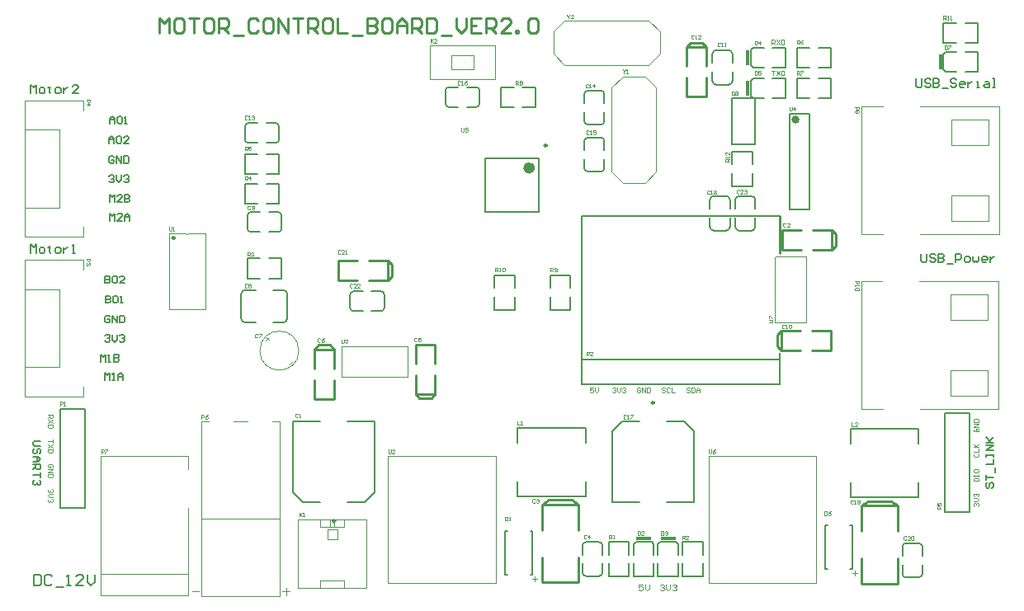
<source format=gto>
G04 Layer_Color=65535*
%FSLAX25Y25*%
%MOIN*%
G70*
G01*
G75*
%ADD35C,0.01000*%
%ADD55C,0.01575*%
%ADD56C,0.00394*%
%ADD57C,0.00787*%
%ADD58C,0.00984*%
%ADD59C,0.02362*%
%ADD60C,0.00800*%
%ADD61C,0.00500*%
%ADD62C,0.00300*%
%ADD63C,0.00400*%
%ADD64C,0.00700*%
%ADD65R,0.01181X0.06299*%
%ADD66R,0.06299X0.01181*%
D35*
X-136232Y26575D02*
G03*
X-136232Y26575I-500J0D01*
G01*
X-50169Y9555D02*
Y17445D01*
X-70146Y9555D02*
Y17445D01*
X-57795Y9555D02*
X-50169D01*
X-70146D02*
X-62520D01*
X-70146Y17445D02*
X-62520D01*
X-57795D02*
X-50169D01*
X-48453Y11138D02*
Y15862D01*
X-50169Y17445D02*
X-48453Y15862D01*
X-50169Y9555D02*
X-48453Y11138D01*
X141118Y-81671D02*
X143677Y-79848D01*
X153126D02*
X155685Y-81671D01*
Y-113223D02*
Y-102959D01*
X141118Y-113223D02*
Y-102959D01*
Y-113223D02*
X155685D01*
X141118Y-81671D02*
X155685D01*
Y-91935D02*
Y-81671D01*
X141118Y-91935D02*
Y-81671D01*
X143677Y-79848D02*
X153126D01*
X70653Y103784D02*
X78543D01*
X70653Y83807D02*
X78543D01*
Y96157D02*
Y103784D01*
Y83807D02*
Y91433D01*
X70653Y83807D02*
Y91433D01*
Y96157D02*
Y103784D01*
X72236Y105500D02*
X76961D01*
X70653Y103784D02*
X72236Y105500D01*
X76961D02*
X78543Y103784D01*
X108967Y-18846D02*
Y-10957D01*
X128943Y-18846D02*
Y-10957D01*
X108967D02*
X116593D01*
X121317D02*
X128943D01*
X121317Y-18846D02*
X128943D01*
X108967D02*
X116593D01*
X107250Y-17264D02*
Y-12539D01*
Y-17264D02*
X108967Y-18846D01*
X107250Y-12539D02*
X108967Y-10957D01*
X-79847Y-18466D02*
X-71957D01*
X-79847Y-38443D02*
X-71957D01*
Y-26092D02*
Y-18466D01*
Y-38443D02*
Y-30817D01*
X-79847Y-38443D02*
Y-30817D01*
Y-26092D02*
Y-18466D01*
X-78264Y-16750D02*
X-73539D01*
X-79847Y-18466D02*
X-78264Y-16750D01*
X-73539D02*
X-71957Y-18466D01*
X-38945Y-36646D02*
X-31055D01*
X-38945Y-16669D02*
X-31055D01*
X-38945Y-36646D02*
Y-29020D01*
Y-24295D02*
Y-16669D01*
X-31055Y-24295D02*
Y-16669D01*
Y-36646D02*
Y-29020D01*
X-37362Y-38362D02*
X-32638D01*
X-31055Y-36646D01*
X-38945D02*
X-37362Y-38362D01*
X12118Y-81171D02*
X14677Y-79348D01*
X24126D02*
X26685Y-81171D01*
Y-112723D02*
Y-102459D01*
X12118Y-112723D02*
Y-102459D01*
Y-112723D02*
X26685D01*
X12118Y-81171D02*
X26685D01*
Y-91435D02*
Y-81171D01*
X12118Y-91435D02*
Y-81171D01*
X14677Y-79348D02*
X24126D01*
X129034Y21707D02*
Y29596D01*
X109057Y21707D02*
Y29596D01*
X121407Y21707D02*
X129034D01*
X109057D02*
X116683D01*
X109057Y29596D02*
X116683D01*
X121407D02*
X129034D01*
X130750Y23289D02*
Y28014D01*
X129034Y29596D02*
X130750Y28014D01*
X129034Y21707D02*
X130750Y23289D01*
X108000Y20250D02*
Y35500D01*
X-142500Y109500D02*
Y115498D01*
X-140501Y113499D01*
X-138501Y115498D01*
Y109500D01*
X-133503Y115498D02*
X-135502D01*
X-136502Y114498D01*
Y110500D01*
X-135502Y109500D01*
X-133503D01*
X-132503Y110500D01*
Y114498D01*
X-133503Y115498D01*
X-130504D02*
X-126505D01*
X-128505D01*
Y109500D01*
X-121507Y115498D02*
X-123506D01*
X-124506Y114498D01*
Y110500D01*
X-123506Y109500D01*
X-121507D01*
X-120507Y110500D01*
Y114498D01*
X-121507Y115498D01*
X-118508Y109500D02*
Y115498D01*
X-115509D01*
X-114509Y114498D01*
Y112499D01*
X-115509Y111499D01*
X-118508D01*
X-116508D02*
X-114509Y109500D01*
X-112510Y108500D02*
X-108511D01*
X-102513Y114498D02*
X-103513Y115498D01*
X-105512D01*
X-106512Y114498D01*
Y110500D01*
X-105512Y109500D01*
X-103513D01*
X-102513Y110500D01*
X-97514Y115498D02*
X-99514D01*
X-100514Y114498D01*
Y110500D01*
X-99514Y109500D01*
X-97514D01*
X-96515Y110500D01*
Y114498D01*
X-97514Y115498D01*
X-94516Y109500D02*
Y115498D01*
X-90517Y109500D01*
Y115498D01*
X-88517D02*
X-84519D01*
X-86518D01*
Y109500D01*
X-82519D02*
Y115498D01*
X-79520D01*
X-78521Y114498D01*
Y112499D01*
X-79520Y111499D01*
X-82519D01*
X-80520D02*
X-78521Y109500D01*
X-73522Y115498D02*
X-75522D01*
X-76521Y114498D01*
Y110500D01*
X-75522Y109500D01*
X-73522D01*
X-72523Y110500D01*
Y114498D01*
X-73522Y115498D01*
X-70523D02*
Y109500D01*
X-66525D01*
X-64525Y108500D02*
X-60527D01*
X-58527Y115498D02*
Y109500D01*
X-55528D01*
X-54528Y110500D01*
Y111499D01*
X-55528Y112499D01*
X-58527D01*
X-55528D01*
X-54528Y113499D01*
Y114498D01*
X-55528Y115498D01*
X-58527D01*
X-49530D02*
X-51529D01*
X-52529Y114498D01*
Y110500D01*
X-51529Y109500D01*
X-49530D01*
X-48530Y110500D01*
Y114498D01*
X-49530Y115498D01*
X-46531Y109500D02*
Y113499D01*
X-44532Y115498D01*
X-42532Y113499D01*
Y109500D01*
Y112499D01*
X-46531D01*
X-40533Y109500D02*
Y115498D01*
X-37534D01*
X-36534Y114498D01*
Y112499D01*
X-37534Y111499D01*
X-40533D01*
X-38534D02*
X-36534Y109500D01*
X-34535Y115498D02*
Y109500D01*
X-31536D01*
X-30536Y110500D01*
Y114498D01*
X-31536Y115498D01*
X-34535D01*
X-28537Y108500D02*
X-24538D01*
X-22539Y115498D02*
Y111499D01*
X-20539Y109500D01*
X-18540Y111499D01*
Y115498D01*
X-12542D02*
X-16541D01*
Y109500D01*
X-12542D01*
X-16541Y112499D02*
X-14541D01*
X-10543Y109500D02*
Y115498D01*
X-7544D01*
X-6544Y114498D01*
Y112499D01*
X-7544Y111499D01*
X-10543D01*
X-8543D02*
X-6544Y109500D01*
X-546D02*
X-4545D01*
X-546Y113499D01*
Y114498D01*
X-1546Y115498D01*
X-3545D01*
X-4545Y114498D01*
X1453Y109500D02*
Y110500D01*
X2453D01*
Y109500D01*
X1453D01*
X6452Y114498D02*
X7451Y115498D01*
X9451D01*
X10451Y114498D01*
Y110500D01*
X9451Y109500D01*
X7451D01*
X6452Y110500D01*
Y114498D01*
D55*
X115319Y74413D02*
G03*
X115319Y74413I-787J0D01*
G01*
D56*
X-131880Y28354D02*
G03*
X-130600Y28354I640J0D01*
G01*
X-86126Y-19000D02*
G03*
X-86126Y-19000I-7874J0D01*
G01*
X21209Y96500D02*
X55209D01*
X21209Y114500D02*
X55209D01*
Y96500D02*
X59709Y101000D01*
X55209Y114500D02*
X59709Y110000D01*
X16709Y101000D02*
X21209Y96500D01*
X16709Y110000D02*
X21209Y114500D01*
X59709Y101000D02*
Y110000D01*
X16709Y101000D02*
Y110000D01*
X40250Y53291D02*
Y87291D01*
X58250Y53291D02*
Y87291D01*
X40250Y53291D02*
X44750Y48791D01*
X53750D02*
X58250Y53291D01*
X40250Y87291D02*
X44750Y91791D01*
X53750D02*
X58250Y87291D01*
X44750Y48791D02*
X53750D01*
X44750Y91791D02*
X53750D01*
X106171Y-7530D02*
Y18848D01*
X118770Y-7530D02*
Y19045D01*
X106171Y-7530D02*
X118770D01*
X106368Y19045D02*
X118770D01*
X106171Y18848D02*
X106368Y19045D01*
X79347Y-61689D02*
X122850D01*
Y-112870D02*
Y-61689D01*
X79347Y-112870D02*
X122850D01*
X79347D02*
Y-61689D01*
X-68779Y-17087D02*
X-42402D01*
X-68779Y-29685D02*
X-42205D01*
X-68779D02*
Y-17087D01*
X-42205Y-29685D02*
Y-17284D01*
X-42402Y-17087D02*
X-42205Y-17284D01*
X-50153Y-61689D02*
X-6650D01*
Y-112870D02*
Y-61689D01*
X-50153Y-112870D02*
X-6650D01*
X-50153D02*
Y-61689D01*
X-138583Y28354D02*
X-131880D01*
X-130600D02*
X-123898D01*
Y-2354D02*
Y28354D01*
X-138583Y-2354D02*
X-123898D01*
X-138583D02*
Y28354D01*
X196591Y-42528D02*
Y9047D01*
X164504D02*
X196591D01*
X164701Y-42528D02*
X196591D01*
X141079Y9047D02*
X149543D01*
X141079Y-42528D02*
X149740D01*
X141079D02*
Y9047D01*
X178087Y-26976D02*
X192260D01*
X177299D02*
X178087D01*
X177299Y-37213D02*
Y-26976D01*
Y-37213D02*
X192260D01*
Y-26976D01*
Y-6504D02*
Y3732D01*
X177299Y-6504D02*
X192260D01*
X177299D02*
Y3732D01*
X178087D01*
X192260D01*
X196764Y28197D02*
Y79772D01*
X164677D02*
X196764D01*
X164874Y28197D02*
X196764D01*
X141252Y79772D02*
X149716D01*
X141252Y28197D02*
X149913D01*
X141252D02*
Y79772D01*
X178260Y43748D02*
X192433D01*
X177472D02*
X178260D01*
X177472Y33512D02*
Y43748D01*
Y33512D02*
X192433D01*
Y43748D01*
Y64220D02*
Y74457D01*
X177472Y64220D02*
X192433D01*
X177472D02*
Y74457D01*
X178260D01*
X192433D01*
X-130783Y-66847D02*
Y-61728D01*
X-157161D02*
X-130783D01*
Y-118028D02*
Y-88500D01*
X-166217Y-118028D02*
X-130783D01*
X-166217D02*
Y-61728D01*
X-130783Y-88500D02*
Y-82595D01*
X-166217Y-61728D02*
X-157161D01*
X-166217Y-109169D02*
X-130783D01*
X-125374Y-86870D02*
X-93878D01*
X-91319Y-117776D02*
Y-114823D01*
X-92894Y-116398D02*
X-89744D01*
X-129114D02*
X-126358D01*
X-125374Y-118169D02*
X-93878D01*
X-125374D02*
Y-47500D01*
X-122421D01*
X-93878Y-118169D02*
Y-47500D01*
X-96831D02*
X-93878D01*
X-112579D02*
X-106673D01*
X-196787Y38815D02*
X-182811D01*
Y70311D01*
X-196787D02*
X-182811D01*
X-196787Y27004D02*
X-173165D01*
X-196787D02*
Y82122D01*
X-173165D01*
Y78185D02*
Y82122D01*
Y27004D02*
Y30941D01*
X-196787Y-25685D02*
X-182811D01*
Y5811D01*
X-196787D02*
X-182811D01*
X-196787Y-37496D02*
X-173165D01*
X-196787D02*
Y17622D01*
X-173165D01*
Y13685D02*
Y17622D01*
Y-37496D02*
Y-33559D01*
X-6905Y90610D02*
Y104390D01*
X-33087D02*
X-6905D01*
X-33087Y90610D02*
Y104390D01*
Y90610D02*
X-6905D01*
X-15370Y94744D02*
Y100453D01*
X-24622D02*
X-15370D01*
X-24622Y94744D02*
Y100453D01*
Y94744D02*
X-15370D01*
X-73642Y-90173D02*
Y-87221D01*
X-71673Y-90173D02*
Y-87221D01*
X-74626Y-91158D02*
X-70492D01*
X-74626Y-95095D02*
Y-91158D01*
X-86437Y-114779D02*
X-58878D01*
X-86437D02*
Y-87221D01*
X-58878Y-114779D02*
Y-87221D01*
X-86437D02*
X-58878D01*
X-67736Y-90173D02*
Y-87221D01*
X-77579Y-90173D02*
X-67736D01*
X-77579D02*
Y-87221D01*
X-67736Y-114779D02*
Y-111827D01*
X-77579D02*
X-67736D01*
X-77579Y-114779D02*
Y-111827D01*
X-74626Y-95095D02*
X-70492D01*
Y-94110D02*
Y-92142D01*
Y-91158D01*
Y-95095D02*
Y-94110D01*
X137500Y-109000D02*
X139500D01*
X138500Y-110000D02*
Y-108000D01*
X8250Y-111250D02*
X10250D01*
X9250Y-112250D02*
Y-110250D01*
X-99568Y-13432D02*
X-98315Y-14685D01*
X-99568Y-14824D02*
X-98176Y-13432D01*
X-89963Y-24707D02*
X-88850Y-23593D01*
X-88502Y-23245D01*
X104750Y94218D02*
X106062D01*
X105406D01*
Y92250D01*
X106718Y94218D02*
X108030Y92250D01*
Y94218D02*
X106718Y92250D01*
X108686Y94218D02*
Y92250D01*
X109670D01*
X109998Y92578D01*
Y93890D01*
X109670Y94218D01*
X108686D01*
X104750Y104750D02*
Y106718D01*
X105734D01*
X106062Y106390D01*
Y105734D01*
X105734Y105406D01*
X104750D01*
X105406D02*
X106062Y104750D01*
X106718Y106718D02*
X108030Y104750D01*
Y106718D02*
X106718Y104750D01*
X108686Y106718D02*
Y104750D01*
X109670D01*
X109998Y105078D01*
Y106390D01*
X109670Y106718D01*
X108686D01*
X71812Y-34360D02*
X71484Y-34032D01*
X70828D01*
X70500Y-34360D01*
Y-34688D01*
X70828Y-35016D01*
X71484D01*
X71812Y-35344D01*
Y-35672D01*
X71484Y-36000D01*
X70828D01*
X70500Y-35672D01*
X72468Y-34032D02*
Y-36000D01*
X73452D01*
X73780Y-35672D01*
Y-34360D01*
X73452Y-34032D01*
X72468D01*
X74436Y-36000D02*
Y-34688D01*
X75092Y-34032D01*
X75748Y-34688D01*
Y-36000D01*
Y-35016D01*
X74436D01*
X61812Y-34360D02*
X61484Y-34032D01*
X60828D01*
X60500Y-34360D01*
Y-34688D01*
X60828Y-35016D01*
X61484D01*
X61812Y-35344D01*
Y-35672D01*
X61484Y-36000D01*
X60828D01*
X60500Y-35672D01*
X63780Y-34360D02*
X63452Y-34032D01*
X62796D01*
X62468Y-34360D01*
Y-35672D01*
X62796Y-36000D01*
X63452D01*
X63780Y-35672D01*
X64436Y-34032D02*
Y-36000D01*
X65748D01*
X32812Y-34032D02*
X31500D01*
Y-35016D01*
X32156Y-34688D01*
X32484D01*
X32812Y-35016D01*
Y-35672D01*
X32484Y-36000D01*
X31828D01*
X31500Y-35672D01*
X33468Y-34032D02*
Y-35344D01*
X34124Y-36000D01*
X34780Y-35344D01*
Y-34032D01*
X40500Y-34360D02*
X40828Y-34032D01*
X41484D01*
X41812Y-34360D01*
Y-34688D01*
X41484Y-35016D01*
X41156D01*
X41484D01*
X41812Y-35344D01*
Y-35672D01*
X41484Y-36000D01*
X40828D01*
X40500Y-35672D01*
X42468Y-34032D02*
Y-35344D01*
X43124Y-36000D01*
X43780Y-35344D01*
Y-34032D01*
X44436Y-34360D02*
X44764Y-34032D01*
X45420D01*
X45748Y-34360D01*
Y-34688D01*
X45420Y-35016D01*
X45092D01*
X45420D01*
X45748Y-35344D01*
Y-35672D01*
X45420Y-36000D01*
X44764D01*
X44436Y-35672D01*
X51812Y-34360D02*
X51484Y-34032D01*
X50828D01*
X50500Y-34360D01*
Y-35672D01*
X50828Y-36000D01*
X51484D01*
X51812Y-35672D01*
Y-35016D01*
X51156D01*
X52468Y-36000D02*
Y-34032D01*
X53780Y-36000D01*
Y-34032D01*
X54436D02*
Y-36000D01*
X55420D01*
X55748Y-35672D01*
Y-34360D01*
X55420Y-34032D01*
X54436D01*
X186860Y-82000D02*
X186532Y-81672D01*
Y-81016D01*
X186860Y-80688D01*
X187188D01*
X187516Y-81016D01*
Y-81344D01*
Y-81016D01*
X187844Y-80688D01*
X188172D01*
X188500Y-81016D01*
Y-81672D01*
X188172Y-82000D01*
X186532Y-80032D02*
X187844D01*
X188500Y-79376D01*
X187844Y-78720D01*
X186532D01*
X186860Y-78064D02*
X186532Y-77736D01*
Y-77080D01*
X186860Y-76752D01*
X187188D01*
X187516Y-77080D01*
Y-77408D01*
Y-77080D01*
X187844Y-76752D01*
X188172D01*
X188500Y-77080D01*
Y-77736D01*
X188172Y-78064D01*
X186532Y-71750D02*
X188500D01*
Y-70766D01*
X188172Y-70438D01*
X186860D01*
X186532Y-70766D01*
Y-71750D01*
Y-69782D02*
Y-69126D01*
Y-69454D01*
X188500D01*
Y-69782D01*
Y-69126D01*
X186532Y-67158D02*
Y-67814D01*
X186860Y-68142D01*
X188172D01*
X188500Y-67814D01*
Y-67158D01*
X188172Y-66830D01*
X186860D01*
X186532Y-67158D01*
X186860Y-60688D02*
X186532Y-61016D01*
Y-61672D01*
X186860Y-62000D01*
X188172D01*
X188500Y-61672D01*
Y-61016D01*
X188172Y-60688D01*
X186532Y-60032D02*
X188500D01*
Y-58720D01*
X186532Y-58064D02*
X188500D01*
X187844D01*
X186532Y-56752D01*
X187516Y-57736D01*
X188500Y-56752D01*
X186860Y-50438D02*
X186532Y-50766D01*
Y-51422D01*
X186860Y-51750D01*
X188172D01*
X188500Y-51422D01*
Y-50766D01*
X188172Y-50438D01*
X187516D01*
Y-51094D01*
X188500Y-49782D02*
X186532D01*
X188500Y-48470D01*
X186532D01*
Y-47814D02*
X188500D01*
Y-46830D01*
X188172Y-46502D01*
X186860D01*
X186532Y-46830D01*
Y-47814D01*
X-185860Y-75000D02*
X-185532Y-75328D01*
Y-75984D01*
X-185860Y-76312D01*
X-186188D01*
X-186516Y-75984D01*
Y-75656D01*
Y-75984D01*
X-186844Y-76312D01*
X-187172D01*
X-187500Y-75984D01*
Y-75328D01*
X-187172Y-75000D01*
X-185532Y-76968D02*
X-186844D01*
X-187500Y-77624D01*
X-186844Y-78280D01*
X-185532D01*
X-185860Y-78936D02*
X-185532Y-79264D01*
Y-79920D01*
X-185860Y-80248D01*
X-186188D01*
X-186516Y-79920D01*
Y-79592D01*
Y-79920D01*
X-186844Y-80248D01*
X-187172D01*
X-187500Y-79920D01*
Y-79264D01*
X-187172Y-78936D01*
X-185860Y-66312D02*
X-185532Y-65984D01*
Y-65328D01*
X-185860Y-65000D01*
X-187172D01*
X-187500Y-65328D01*
Y-65984D01*
X-187172Y-66312D01*
X-186516D01*
Y-65656D01*
X-187500Y-66968D02*
X-185532D01*
X-187500Y-68280D01*
X-185532D01*
Y-68936D02*
X-187500D01*
Y-69920D01*
X-187172Y-70248D01*
X-185860D01*
X-185532Y-69920D01*
Y-68936D01*
Y-55000D02*
Y-56312D01*
Y-55656D01*
X-187500D01*
X-185532Y-56968D02*
X-187500Y-58280D01*
X-185532D02*
X-187500Y-56968D01*
X-185532Y-58936D02*
X-187500D01*
Y-59920D01*
X-187172Y-60248D01*
X-185860D01*
X-185532Y-59920D01*
Y-58936D01*
X-187500Y-45000D02*
X-185532D01*
Y-45984D01*
X-185860Y-46312D01*
X-186516D01*
X-186844Y-45984D01*
Y-45000D01*
Y-45656D02*
X-187500Y-46312D01*
X-185532Y-46968D02*
X-187500Y-48280D01*
X-185532D02*
X-187500Y-46968D01*
X-185532Y-48936D02*
X-187500D01*
Y-49920D01*
X-187172Y-50248D01*
X-185860D01*
X-185532Y-49920D01*
Y-48936D01*
D57*
X96750Y29531D02*
G03*
X98325Y31106I0J1575D01*
G01*
X90175Y31106D02*
G03*
X91750Y29531I1575J0D01*
G01*
X91750Y43468D02*
G03*
X90175Y41894I0J-1575D01*
G01*
X98325Y41894D02*
G03*
X96750Y43468I-1575J0D01*
G01*
X-65469Y-1500D02*
G03*
X-63894Y-3075I1575J0D01*
G01*
X-63894Y5075D02*
G03*
X-65469Y3500I0J-1575D01*
G01*
X-51531Y3500D02*
G03*
X-53106Y5075I-1575J-0D01*
G01*
X-53106Y-3075D02*
G03*
X-51531Y-1500I0J1575D01*
G01*
X164250Y-110719D02*
G03*
X165825Y-109144I0J1575D01*
G01*
X157675Y-109144D02*
G03*
X159250Y-110719I1575J0D01*
G01*
X159250Y-96781D02*
G03*
X157675Y-98356I0J-1575D01*
G01*
X165825Y-98356D02*
G03*
X164250Y-96781I-1575J0D01*
G01*
X86500Y29531D02*
G03*
X88075Y31106I0J1575D01*
G01*
X79925Y31106D02*
G03*
X81500Y29531I1575J0D01*
G01*
X81500Y43468D02*
G03*
X79925Y41894I0J-1575D01*
G01*
X88075Y41894D02*
G03*
X86500Y43468I-1575J0D01*
G01*
X-26969Y81000D02*
G03*
X-25394Y79425I1575J0D01*
G01*
X-25394Y87575D02*
G03*
X-26969Y86000I0J-1575D01*
G01*
X-13032Y86000D02*
G03*
X-14606Y87575I-1575J-0D01*
G01*
X-14606Y79425D02*
G03*
X-13032Y81000I0J1575D01*
G01*
X30750Y67219D02*
G03*
X29175Y65644I0J-1575D01*
G01*
X37325Y65644D02*
G03*
X35750Y67219I-1575J0D01*
G01*
X35750Y53281D02*
G03*
X37325Y54856I-0J1575D01*
G01*
X29175Y54856D02*
G03*
X30750Y53281I1575J0D01*
G01*
X30750Y86219D02*
G03*
X29175Y84644I0J-1575D01*
G01*
X37325Y84644D02*
G03*
X35750Y86219I-1575J0D01*
G01*
X35750Y72281D02*
G03*
X37325Y73856I-0J1575D01*
G01*
X29175Y73856D02*
G03*
X30750Y72281I1575J0D01*
G01*
X-107973Y66500D02*
G03*
X-106398Y64925I1575J0D01*
G01*
X-106398Y73075D02*
G03*
X-107972Y71500I0J-1575D01*
G01*
X-94035Y71500D02*
G03*
X-95610Y73075I-1575J-0D01*
G01*
X-95610Y64925D02*
G03*
X-94035Y66500I0J1575D01*
G01*
X87500Y88535D02*
G03*
X89075Y90110I0J1575D01*
G01*
X80925Y90110D02*
G03*
X82500Y88535I1575J0D01*
G01*
X82500Y102472D02*
G03*
X80925Y100898I0J-1575D01*
G01*
X89075Y100898D02*
G03*
X87500Y102472I-1575J0D01*
G01*
X-106968Y30500D02*
G03*
X-105394Y28925I1575J0D01*
G01*
X-105394Y37075D02*
G03*
X-106968Y35500I0J-1575D01*
G01*
X-93032Y35500D02*
G03*
X-94606Y37075I-1575J-0D01*
G01*
X-94606Y28925D02*
G03*
X-93032Y30500I0J1575D01*
G01*
X-107803Y5482D02*
G03*
X-109378Y3907I0J-1575D01*
G01*
Y-6014D02*
G03*
X-107803Y-7589I1575J0D01*
G01*
X-92409D02*
G03*
X-90835Y-6014I0J1575D01*
G01*
Y3907D02*
G03*
X-92409Y5482I-1575J0D01*
G01*
X35000Y-110219D02*
G03*
X36575Y-108644I0J1575D01*
G01*
X28425Y-108644D02*
G03*
X30000Y-110219I1575J0D01*
G01*
X30000Y-96281D02*
G03*
X28425Y-97856I0J-1575D01*
G01*
X36575Y-97856D02*
G03*
X35000Y-96281I-1575J0D01*
G01*
X112169Y38193D02*
X120043D01*
X112169Y76776D02*
X120043D01*
Y38193D02*
Y76776D01*
X112169Y38193D02*
Y76776D01*
X97075Y56272D02*
Y61468D01*
Y47532D02*
Y52728D01*
X88925Y47532D02*
Y52728D01*
Y56272D02*
Y61468D01*
X97075D01*
X88925Y47532D02*
X97075D01*
X183022Y105425D02*
X188218D01*
X174282D02*
X179478D01*
X174282Y113575D02*
X179478D01*
X183022D02*
X188218D01*
Y105425D02*
Y113575D01*
X174282Y105425D02*
Y113575D01*
X-7075Y-2468D02*
Y2728D01*
Y6272D02*
Y11468D01*
X1075Y6272D02*
Y11468D01*
Y-2468D02*
Y2728D01*
X-7075Y-2468D02*
X1075D01*
X-7075Y11468D02*
X1075D01*
X15425Y-2468D02*
Y2728D01*
Y6272D02*
Y11468D01*
X23575Y6272D02*
Y11468D01*
Y-2468D02*
Y2728D01*
X15425Y-2468D02*
X23575D01*
X15425Y11468D02*
X23575D01*
X4272Y79425D02*
X9469D01*
X-4468D02*
X728D01*
X-4468Y87575D02*
X728D01*
X4272D02*
X9469D01*
Y79425D02*
Y87575D01*
X-4468Y79425D02*
Y87575D01*
X115032Y91075D02*
X120228D01*
X123772D02*
X128969D01*
X123772Y82925D02*
X128969D01*
X115032D02*
X120228D01*
X115032D02*
Y91075D01*
X128969Y82925D02*
Y91075D01*
X115032Y103575D02*
X120228D01*
X123772D02*
X128969D01*
X123772Y95425D02*
X128969D01*
X115032D02*
X120228D01*
X115032D02*
Y103575D01*
X128969Y95425D02*
Y103575D01*
X-107972Y60575D02*
X-102776D01*
X-99232D02*
X-94035D01*
X-99232Y52425D02*
X-94035D01*
X-107972D02*
X-102776D01*
X-107972D02*
Y60575D01*
X-94035Y52425D02*
Y60575D01*
X-107965Y48575D02*
X-102768D01*
X-99224D02*
X-94028D01*
X-99224Y40425D02*
X-94028D01*
X-107965D02*
X-102768D01*
X-107965D02*
Y48575D01*
X-94028Y40425D02*
Y48575D01*
X-98228Y10175D02*
X-93032D01*
X-106968D02*
X-101772D01*
X-106968Y18325D02*
X-101772D01*
X-98228D02*
X-93032D01*
Y10175D02*
Y18325D01*
X-106968Y10175D02*
Y18325D01*
X68925Y-110219D02*
Y-105022D01*
Y-101478D02*
Y-96281D01*
X77075Y-101478D02*
Y-96281D01*
Y-110219D02*
Y-105022D01*
X68925Y-110219D02*
X77075D01*
X68925Y-96281D02*
X77075D01*
X39175Y-110219D02*
Y-105022D01*
Y-101478D02*
Y-96281D01*
X47325Y-101478D02*
Y-96281D01*
Y-110219D02*
Y-105022D01*
X39175Y-110219D02*
X47325D01*
X39175Y-96281D02*
X47325D01*
X174750Y-84250D02*
X184750D01*
X174750D02*
Y-44250D01*
X184750Y-84250D02*
Y-44250D01*
X174750D02*
X184750D01*
X108000Y-32500D02*
Y-22500D01*
X28000Y-32500D02*
X108000D01*
X28000D02*
Y-22500D01*
X108000D01*
X-182500Y-42500D02*
X-172500D01*
Y-82500D02*
Y-42500D01*
X-182500Y-82500D02*
Y-42500D01*
Y-82500D02*
X-172500D01*
X164279Y-56626D02*
Y-50721D01*
Y-78280D02*
Y-72374D01*
X136721Y-50721D02*
X164279D01*
X136721Y-78280D02*
X164279D01*
X136721Y-56626D02*
Y-50721D01*
Y-78280D02*
Y-72374D01*
X29779Y-56126D02*
Y-50221D01*
Y-77780D02*
Y-71874D01*
X2221Y-50221D02*
X29779D01*
X2221Y-77780D02*
X29779D01*
X2221Y-56126D02*
Y-50221D01*
Y-77780D02*
Y-71874D01*
X88829Y64478D02*
X98277D01*
Y83022D01*
X88829D02*
X98277D01*
X88829Y64478D02*
Y83022D01*
X175207Y93675D02*
X179478D01*
X174282Y94600D02*
X175207Y93675D01*
X174282Y100900D02*
X175148Y101825D01*
X179478D01*
X183022D02*
X188218D01*
X183022Y93675D02*
X188218D01*
X174282Y94600D02*
Y100900D01*
X188218Y93675D02*
Y101825D01*
X126488Y-107358D02*
X127374D01*
X126488Y-89642D02*
X127374D01*
X136626Y-107358D02*
X137512D01*
X136626Y-89642D02*
X137512D01*
X126488Y-107358D02*
Y-89642D01*
X137512Y-107358D02*
Y-89642D01*
X97457Y82925D02*
X101728D01*
X96531Y83850D02*
X97457Y82925D01*
X96531Y90150D02*
X97398Y91075D01*
X101728D01*
X105272D02*
X110468D01*
X105272Y82925D02*
X110468D01*
X96531Y83850D02*
Y90150D01*
X110468Y82925D02*
Y91075D01*
X97457Y95425D02*
X101728D01*
X96531Y96350D02*
X97457Y95425D01*
X96531Y102650D02*
X97398Y103575D01*
X101728D01*
X105272D02*
X110468D01*
X105272Y95425D02*
X110468D01*
X96531Y96350D02*
Y102650D01*
X110468Y95425D02*
Y103575D01*
X58925Y-101478D02*
Y-97207D01*
X59850Y-96281D01*
X66150D02*
X67075Y-97148D01*
Y-101478D02*
Y-97148D01*
Y-110219D02*
Y-105022D01*
X58925Y-110219D02*
Y-105022D01*
X59850Y-96281D02*
X66150D01*
X58925Y-110219D02*
X67075D01*
X49175Y-101478D02*
Y-97207D01*
X50100Y-96281D01*
X56400D02*
X57325Y-97148D01*
Y-101478D02*
Y-97148D01*
Y-110219D02*
Y-105022D01*
X49175Y-110219D02*
Y-105022D01*
X50100Y-96281D02*
X56400D01*
X49175Y-110219D02*
X57325D01*
X-2762Y-109608D02*
X-1876D01*
X-2762Y-91892D02*
X-1876D01*
X7376Y-109608D02*
X8262D01*
X7376Y-91892D02*
X8262D01*
X-2762Y-109608D02*
Y-91892D01*
X8262Y-109608D02*
Y-91892D01*
X98325Y38272D02*
Y41894D01*
Y31106D02*
Y34728D01*
X90175Y31106D02*
Y34728D01*
X91750Y29531D02*
X96750D01*
X90175Y38272D02*
Y41894D01*
X91750Y43468D02*
X96750D01*
X-56728Y-3075D02*
X-53106D01*
X-63894D02*
X-60272D01*
X-63894Y5075D02*
X-60272D01*
X-65469Y-1500D02*
Y3500D01*
X-56728Y5075D02*
X-53106D01*
X-51531Y-1500D02*
Y3500D01*
X165825Y-101978D02*
Y-98356D01*
Y-109144D02*
Y-105522D01*
X157675Y-109144D02*
Y-105522D01*
X159250Y-110719D02*
X164250D01*
X157675Y-101978D02*
Y-98356D01*
X159250Y-96781D02*
X164250D01*
X88075Y38272D02*
Y41894D01*
Y31106D02*
Y34728D01*
X79925Y31106D02*
Y34728D01*
X81500Y29531D02*
X86500D01*
X79925Y38272D02*
Y41894D01*
X81500Y43468D02*
X86500D01*
X40661Y-80362D02*
X51488D01*
X62512D02*
X73339D01*
X62512Y-47685D02*
X69402D01*
X44598D02*
X51488D01*
X69402D02*
X73339Y-51622D01*
Y-80362D02*
Y-51622D01*
X40661Y-80362D02*
Y-51622D01*
X44598Y-47685D01*
X-18228Y79425D02*
X-14606D01*
X-25394D02*
X-21772D01*
X-25394Y87575D02*
X-21772D01*
X-26969Y81000D02*
Y86000D01*
X-18228Y87575D02*
X-14606D01*
X-13032Y81000D02*
Y86000D01*
X29175Y54856D02*
Y58478D01*
Y62022D02*
Y65644D01*
X37325Y62022D02*
Y65644D01*
X30750Y67219D02*
X35750D01*
X37325Y54856D02*
Y58478D01*
X30750Y53281D02*
X35750D01*
X29175Y73856D02*
Y77478D01*
Y81022D02*
Y84644D01*
X37325Y81022D02*
Y84644D01*
X30750Y86219D02*
X35750D01*
X37325Y73856D02*
Y77478D01*
X30750Y72281D02*
X35750D01*
X-99232Y64925D02*
X-95610D01*
X-106398D02*
X-102776D01*
X-106398Y73075D02*
X-102776D01*
X-107972Y66500D02*
Y71500D01*
X-99232Y73075D02*
X-95610D01*
X-94035Y66500D02*
Y71500D01*
X89075Y97276D02*
Y100898D01*
Y90110D02*
Y93732D01*
X80925Y90110D02*
Y93732D01*
X82500Y88535D02*
X87500D01*
X80925Y97276D02*
Y100898D01*
X82500Y102472D02*
X87500D01*
X-98228Y28925D02*
X-94606D01*
X-105394D02*
X-101772D01*
X-105394Y37075D02*
X-101772D01*
X-106968Y30500D02*
Y35500D01*
X-98228Y37075D02*
X-94606D01*
X-93032Y30500D02*
Y35500D01*
X-109378Y-6014D02*
Y3907D01*
X-90835Y-6014D02*
Y3907D01*
X-107803Y5482D02*
X-103650D01*
X-96563D02*
X-92409D01*
X-96563Y-7589D02*
X-92409D01*
X-107803D02*
X-103650D01*
X36575Y-101478D02*
Y-97856D01*
Y-108644D02*
Y-105022D01*
X28425Y-108644D02*
Y-105022D01*
X30000Y-110219D02*
X35000D01*
X28425Y-101478D02*
Y-97856D01*
X30000Y-96281D02*
X35000D01*
X-66488Y-47661D02*
X-55661D01*
X-88339D02*
X-77512D01*
X-84402Y-80339D02*
X-77512D01*
X-66488D02*
X-59598D01*
X-88339Y-76402D02*
X-84402Y-80339D01*
X-88339Y-76402D02*
Y-47661D01*
X-55661Y-76402D02*
Y-47661D01*
X-59598Y-80339D02*
X-55661Y-76402D01*
X94000Y35500D02*
X108000D01*
X28000D02*
X94000D01*
X28000Y-22500D02*
Y35500D01*
X10827Y37173D02*
Y58827D01*
X-10827D02*
X10827D01*
X-10827Y37173D02*
X10827D01*
X-10827D02*
Y58827D01*
X191876Y-72401D02*
X191351Y-72926D01*
Y-73975D01*
X191876Y-74500D01*
X192401D01*
X192926Y-73975D01*
Y-72926D01*
X193450Y-72401D01*
X193975D01*
X194500Y-72926D01*
Y-73975D01*
X193975Y-74500D01*
X191351Y-71351D02*
Y-69252D01*
Y-70302D01*
X194500D01*
X195025Y-68203D02*
Y-66104D01*
X191351Y-65054D02*
X194500D01*
Y-62955D01*
X191351Y-61906D02*
Y-60856D01*
Y-61381D01*
X194500D01*
Y-61906D01*
Y-60856D01*
Y-59282D02*
X191351D01*
X194500Y-57183D01*
X191351D01*
Y-56133D02*
X194500D01*
X193450D01*
X191351Y-54034D01*
X192926Y-55608D01*
X194500Y-54034D01*
X-190351Y-55500D02*
X-192975D01*
X-193500Y-56025D01*
Y-57074D01*
X-192975Y-57599D01*
X-190351D01*
X-190876Y-60748D02*
X-190351Y-60223D01*
Y-59173D01*
X-190876Y-58649D01*
X-191401D01*
X-191926Y-59173D01*
Y-60223D01*
X-192450Y-60748D01*
X-192975D01*
X-193500Y-60223D01*
Y-59173D01*
X-192975Y-58649D01*
X-193500Y-61797D02*
X-191401D01*
X-190351Y-62847D01*
X-191401Y-63896D01*
X-193500D01*
X-191926D01*
Y-61797D01*
X-193500Y-64946D02*
X-190351D01*
Y-66520D01*
X-190876Y-67045D01*
X-191926D01*
X-192450Y-66520D01*
Y-64946D01*
Y-65995D02*
X-193500Y-67045D01*
X-190351Y-68094D02*
Y-70193D01*
Y-69144D01*
X-193500D01*
X-190876Y-71243D02*
X-190351Y-71768D01*
Y-72817D01*
X-190876Y-73342D01*
X-191401D01*
X-191926Y-72817D01*
Y-72293D01*
Y-72817D01*
X-192450Y-73342D01*
X-192975D01*
X-193500Y-72817D01*
Y-71768D01*
X-192975Y-71243D01*
D58*
X57392Y-40117D02*
G03*
X57392Y-40117I-492J0D01*
G01*
X-71408Y-87907D02*
G03*
X-71408Y-87907I-492J0D01*
G01*
X14075Y63945D02*
G03*
X14075Y63945I-492J0D01*
G01*
D59*
X8071Y54890D02*
G03*
X8071Y54890I-1181J0D01*
G01*
D60*
X108000Y-22500D02*
Y-20000D01*
X-193250Y-109501D02*
Y-114000D01*
X-191001D01*
X-190251Y-113250D01*
Y-110251D01*
X-191001Y-109501D01*
X-193250D01*
X-185752Y-110251D02*
X-186502Y-109501D01*
X-188002D01*
X-188751Y-110251D01*
Y-113250D01*
X-188002Y-114000D01*
X-186502D01*
X-185752Y-113250D01*
X-184253Y-114750D02*
X-181254D01*
X-179754Y-114000D02*
X-178255D01*
X-179005D01*
Y-109501D01*
X-179754Y-110251D01*
X-173006Y-114000D02*
X-176006D01*
X-173006Y-111001D01*
Y-110251D01*
X-173756Y-109501D01*
X-175256D01*
X-176006Y-110251D01*
X-171507Y-109501D02*
Y-112501D01*
X-170008Y-114000D01*
X-168508Y-112501D01*
Y-109501D01*
X-194500Y20500D02*
Y23999D01*
X-193334Y22833D01*
X-192167Y23999D01*
Y20500D01*
X-190418D02*
X-189252D01*
X-188669Y21083D01*
Y22249D01*
X-189252Y22833D01*
X-190418D01*
X-191001Y22249D01*
Y21083D01*
X-190418Y20500D01*
X-186919Y23416D02*
Y22833D01*
X-187502D01*
X-186336D01*
X-186919D01*
Y21083D01*
X-186336Y20500D01*
X-184003D02*
X-182837D01*
X-182254Y21083D01*
Y22249D01*
X-182837Y22833D01*
X-184003D01*
X-184587Y22249D01*
Y21083D01*
X-184003Y20500D01*
X-181088Y22833D02*
Y20500D01*
Y21666D01*
X-180505Y22249D01*
X-179921Y22833D01*
X-179338D01*
X-177589Y20500D02*
X-176423D01*
X-177006D01*
Y23999D01*
X-177589Y23416D01*
X-194500Y85000D02*
Y88499D01*
X-193334Y87333D01*
X-192167Y88499D01*
Y85000D01*
X-190418D02*
X-189252D01*
X-188669Y85583D01*
Y86749D01*
X-189252Y87333D01*
X-190418D01*
X-191001Y86749D01*
Y85583D01*
X-190418Y85000D01*
X-186919Y87916D02*
Y87333D01*
X-187502D01*
X-186336D01*
X-186919D01*
Y85583D01*
X-186336Y85000D01*
X-184003D02*
X-182837D01*
X-182254Y85583D01*
Y86749D01*
X-182837Y87333D01*
X-184003D01*
X-184587Y86749D01*
Y85583D01*
X-184003Y85000D01*
X-181088Y87333D02*
Y85000D01*
Y86166D01*
X-180505Y86749D01*
X-179921Y87333D01*
X-179338D01*
X-175256Y85000D02*
X-177589D01*
X-175256Y87333D01*
Y87916D01*
X-175839Y88499D01*
X-177006D01*
X-177589Y87916D01*
D61*
X-164500Y11249D02*
Y8250D01*
X-163001D01*
X-162501Y8750D01*
Y9250D01*
X-163001Y9749D01*
X-164500D01*
X-163001D01*
X-162501Y10249D01*
Y10749D01*
X-163001Y11249D01*
X-164500D01*
X-160001D02*
X-161001D01*
X-161501Y10749D01*
Y8750D01*
X-161001Y8250D01*
X-160001D01*
X-159502Y8750D01*
Y10749D01*
X-160001Y11249D01*
X-156503Y8250D02*
X-158502D01*
X-156503Y10249D01*
Y10749D01*
X-157002Y11249D01*
X-158002D01*
X-158502Y10749D01*
X-164250Y3249D02*
Y250D01*
X-162750D01*
X-162251Y750D01*
Y1250D01*
X-162750Y1750D01*
X-164250D01*
X-162750D01*
X-162251Y2249D01*
Y2749D01*
X-162750Y3249D01*
X-164250D01*
X-159751D02*
X-160751D01*
X-161251Y2749D01*
Y750D01*
X-160751Y250D01*
X-159751D01*
X-159252Y750D01*
Y2749D01*
X-159751Y3249D01*
X-158252Y250D02*
X-157252D01*
X-157752D01*
Y3249D01*
X-158252Y2749D01*
X-162501Y-5251D02*
X-163001Y-4751D01*
X-164000D01*
X-164500Y-5251D01*
Y-7250D01*
X-164000Y-7750D01*
X-163001D01*
X-162501Y-7250D01*
Y-6250D01*
X-163500D01*
X-161501Y-7750D02*
Y-4751D01*
X-159502Y-7750D01*
Y-4751D01*
X-158502D02*
Y-7750D01*
X-157002D01*
X-156503Y-7250D01*
Y-5251D01*
X-157002Y-4751D01*
X-158502D01*
X-164500Y-13001D02*
X-164000Y-12501D01*
X-163001D01*
X-162501Y-13001D01*
Y-13501D01*
X-163001Y-14001D01*
X-163500D01*
X-163001D01*
X-162501Y-14500D01*
Y-15000D01*
X-163001Y-15500D01*
X-164000D01*
X-164500Y-15000D01*
X-161501Y-12501D02*
Y-14500D01*
X-160501Y-15500D01*
X-159502Y-14500D01*
Y-12501D01*
X-158502Y-13001D02*
X-158002Y-12501D01*
X-157002D01*
X-156503Y-13001D01*
Y-13501D01*
X-157002Y-14001D01*
X-157502D01*
X-157002D01*
X-156503Y-14500D01*
Y-15000D01*
X-157002Y-15500D01*
X-158002D01*
X-158502Y-15000D01*
X-166250Y-23500D02*
Y-20501D01*
X-165250Y-21501D01*
X-164251Y-20501D01*
Y-23500D01*
X-163251D02*
X-162251D01*
X-162751D01*
Y-20501D01*
X-163251Y-21001D01*
X-160752Y-20501D02*
Y-23500D01*
X-159252D01*
X-158752Y-23000D01*
Y-22500D01*
X-159252Y-22001D01*
X-160752D01*
X-159252D01*
X-158752Y-21501D01*
Y-21001D01*
X-159252Y-20501D01*
X-160752D01*
X-164500Y-31000D02*
Y-28001D01*
X-163500Y-29001D01*
X-162501Y-28001D01*
Y-31000D01*
X-161501D02*
X-160501D01*
X-161001D01*
Y-28001D01*
X-161501Y-28501D01*
X-159002Y-31000D02*
Y-29001D01*
X-158002Y-28001D01*
X-157002Y-29001D01*
Y-31000D01*
Y-29500D01*
X-159002D01*
X-162500Y33500D02*
Y36499D01*
X-161500Y35499D01*
X-160501Y36499D01*
Y33500D01*
X-157502D02*
X-159501D01*
X-157502Y35499D01*
Y35999D01*
X-158001Y36499D01*
X-159001D01*
X-159501Y35999D01*
X-156502Y33500D02*
Y35499D01*
X-155502Y36499D01*
X-154503Y35499D01*
Y33500D01*
Y34999D01*
X-156502D01*
X-162500Y41000D02*
Y43999D01*
X-161500Y42999D01*
X-160501Y43999D01*
Y41000D01*
X-157502D02*
X-159501D01*
X-157502Y42999D01*
Y43499D01*
X-158001Y43999D01*
X-159001D01*
X-159501Y43499D01*
X-156502Y43999D02*
Y41000D01*
X-155002D01*
X-154503Y41500D01*
Y42000D01*
X-155002Y42500D01*
X-156502D01*
X-155002D01*
X-154503Y42999D01*
Y43499D01*
X-155002Y43999D01*
X-156502D01*
X-162750Y51499D02*
X-162250Y51999D01*
X-161250D01*
X-160751Y51499D01*
Y50999D01*
X-161250Y50499D01*
X-161750D01*
X-161250D01*
X-160751Y50000D01*
Y49500D01*
X-161250Y49000D01*
X-162250D01*
X-162750Y49500D01*
X-159751Y51999D02*
Y50000D01*
X-158751Y49000D01*
X-157752Y50000D01*
Y51999D01*
X-156752Y51499D02*
X-156252Y51999D01*
X-155252D01*
X-154753Y51499D01*
Y50999D01*
X-155252Y50499D01*
X-155752D01*
X-155252D01*
X-154753Y50000D01*
Y49500D01*
X-155252Y49000D01*
X-156252D01*
X-156752Y49500D01*
X-160751Y59249D02*
X-161250Y59749D01*
X-162250D01*
X-162750Y59249D01*
Y57250D01*
X-162250Y56750D01*
X-161250D01*
X-160751Y57250D01*
Y58249D01*
X-161750D01*
X-159751Y56750D02*
Y59749D01*
X-157752Y56750D01*
Y59749D01*
X-156752D02*
Y56750D01*
X-155252D01*
X-154753Y57250D01*
Y59249D01*
X-155252Y59749D01*
X-156752D01*
X-162750Y64750D02*
Y66749D01*
X-161750Y67749D01*
X-160751Y66749D01*
Y64750D01*
Y66250D01*
X-162750D01*
X-158251Y67749D02*
X-159251D01*
X-159751Y67249D01*
Y65250D01*
X-159251Y64750D01*
X-158251D01*
X-157752Y65250D01*
Y67249D01*
X-158251Y67749D01*
X-154753Y64750D02*
X-156752D01*
X-154753Y66749D01*
Y67249D01*
X-155252Y67749D01*
X-156252D01*
X-156752Y67249D01*
X-162500Y72750D02*
Y74749D01*
X-161500Y75749D01*
X-160501Y74749D01*
Y72750D01*
Y74250D01*
X-162500D01*
X-158001Y75749D02*
X-159001D01*
X-159501Y75249D01*
Y73250D01*
X-159001Y72750D01*
X-158001D01*
X-157502Y73250D01*
Y75249D01*
X-158001Y75749D01*
X-156502Y72750D02*
X-155502D01*
X-156002D01*
Y75749D01*
X-156502Y75249D01*
D62*
X-33000Y107000D02*
Y105500D01*
Y106000D01*
X-32000Y107000D01*
X-32750Y106250D01*
X-32000Y105500D01*
X-30501D02*
X-31501D01*
X-30501Y106500D01*
Y106750D01*
X-30751Y107000D01*
X-31251D01*
X-31501Y106750D01*
X-64500Y7750D02*
X-64750Y7999D01*
X-65250D01*
X-65500Y7750D01*
Y6750D01*
X-65250Y6500D01*
X-64750D01*
X-64500Y6750D01*
X-63001Y6500D02*
X-64000D01*
X-63001Y7500D01*
Y7750D01*
X-63251Y7999D01*
X-63751D01*
X-64000Y7750D01*
X-61501Y6500D02*
X-62501D01*
X-61501Y7500D01*
Y7750D01*
X-61751Y7999D01*
X-62251D01*
X-62501Y7750D01*
X-69303Y21498D02*
X-69553Y21748D01*
X-70053D01*
X-70303Y21498D01*
Y20498D01*
X-70053Y20248D01*
X-69553D01*
X-69303Y20498D01*
X-67804Y20248D02*
X-68803D01*
X-67804Y21248D01*
Y21498D01*
X-68054Y21748D01*
X-68553D01*
X-68803Y21498D01*
X-67304Y20248D02*
X-66804D01*
X-67054D01*
Y21748D01*
X-67304Y21498D01*
X44750Y94708D02*
Y94458D01*
X45250Y93958D01*
X45750Y94458D01*
Y94708D01*
X45250Y93958D02*
Y93209D01*
X46249D02*
X46749D01*
X46499D01*
Y94708D01*
X46249Y94458D01*
X79500Y-59000D02*
Y-60250D01*
X79750Y-60500D01*
X80250D01*
X80500Y-60250D01*
Y-59000D01*
X81999D02*
X81499Y-59250D01*
X80999Y-59750D01*
Y-60250D01*
X81249Y-60500D01*
X81749D01*
X81999Y-60250D01*
Y-60000D01*
X81749Y-59750D01*
X80999D01*
X112000Y79500D02*
Y78250D01*
X112250Y78000D01*
X112750D01*
X113000Y78250D01*
Y79500D01*
X114249Y78000D02*
Y79500D01*
X113499Y78750D01*
X114499D01*
X-69000Y-14501D02*
Y-15750D01*
X-68750Y-16000D01*
X-68250D01*
X-68000Y-15750D01*
Y-14501D01*
X-67501Y-14750D02*
X-67251Y-14501D01*
X-66751D01*
X-66501Y-14750D01*
Y-15000D01*
X-66751Y-15250D01*
X-67001D01*
X-66751D01*
X-66501Y-15500D01*
Y-15750D01*
X-66751Y-16000D01*
X-67251D01*
X-67501Y-15750D01*
X-50000Y-59000D02*
Y-60250D01*
X-49750Y-60500D01*
X-49250D01*
X-49000Y-60250D01*
Y-59000D01*
X-47501Y-60500D02*
X-48500D01*
X-47501Y-59500D01*
Y-59250D01*
X-47751Y-59000D01*
X-48251D01*
X-48500Y-59250D01*
X-138500Y30999D02*
Y29750D01*
X-138250Y29500D01*
X-137750D01*
X-137500Y29750D01*
Y30999D01*
X-137001Y29500D02*
X-136501D01*
X-136751D01*
Y30999D01*
X-137001Y30750D01*
X-6750Y13000D02*
Y14500D01*
X-6000D01*
X-5750Y14250D01*
Y13750D01*
X-6000Y13500D01*
X-6750D01*
X-6250D02*
X-5750Y13000D01*
X-5251D02*
X-4751D01*
X-5001D01*
Y14500D01*
X-5251Y14250D01*
X-4001D02*
X-3751Y14500D01*
X-3251D01*
X-3001Y14250D01*
Y13250D01*
X-3251Y13000D01*
X-3751D01*
X-4001Y13250D01*
Y14250D01*
X15500Y12996D02*
Y14496D01*
X16250D01*
X16500Y14246D01*
Y13746D01*
X16250Y13496D01*
X15500D01*
X16000D02*
X16500Y12996D01*
X16999Y13246D02*
X17249Y12996D01*
X17749D01*
X17999Y13246D01*
Y14246D01*
X17749Y14496D01*
X17249D01*
X16999Y14246D01*
Y13996D01*
X17249Y13746D01*
X17999D01*
X1500Y88500D02*
Y90000D01*
X2250D01*
X2500Y89750D01*
Y89250D01*
X2250Y89000D01*
X1500D01*
X2000D02*
X2500Y88500D01*
X2999Y89750D02*
X3249Y90000D01*
X3749D01*
X3999Y89750D01*
Y89500D01*
X3749Y89250D01*
X3999Y89000D01*
Y88750D01*
X3749Y88500D01*
X3249D01*
X2999Y88750D01*
Y89000D01*
X3249Y89250D01*
X2999Y89500D01*
Y89750D01*
X3249Y89250D02*
X3749D01*
X115000Y92500D02*
Y93999D01*
X115750D01*
X116000Y93750D01*
Y93250D01*
X115750Y93000D01*
X115000D01*
X115500D02*
X116000Y92500D01*
X116499Y93999D02*
X117499D01*
Y93750D01*
X116499Y92750D01*
Y92500D01*
X115000Y105000D02*
Y106500D01*
X115750D01*
X116000Y106250D01*
Y105750D01*
X115750Y105500D01*
X115000D01*
X115500D02*
X116000Y105000D01*
X117499Y106500D02*
X116999Y106250D01*
X116499Y105750D01*
Y105250D01*
X116749Y105000D01*
X117249D01*
X117499Y105250D01*
Y105500D01*
X117249Y105750D01*
X116499D01*
X-108000Y62000D02*
Y63499D01*
X-107250D01*
X-107000Y63250D01*
Y62750D01*
X-107250Y62500D01*
X-108000D01*
X-107500D02*
X-107000Y62000D01*
X-105501Y63499D02*
X-106500D01*
Y62750D01*
X-106001Y63000D01*
X-105751D01*
X-105501Y62750D01*
Y62250D01*
X-105751Y62000D01*
X-106251D01*
X-106500Y62250D01*
X-108000Y50000D02*
Y51499D01*
X-107250D01*
X-107000Y51250D01*
Y50750D01*
X-107250Y50500D01*
X-108000D01*
X-107500D02*
X-107000Y50000D01*
X-105751D02*
Y51499D01*
X-106500Y50750D01*
X-105501D01*
X-107000Y19250D02*
Y20750D01*
X-106250D01*
X-106000Y20500D01*
Y20000D01*
X-106250Y19750D01*
X-107000D01*
X-106500D02*
X-106000Y19250D01*
X-105500Y20500D02*
X-105251Y20750D01*
X-104751D01*
X-104501Y20500D01*
Y20250D01*
X-104751Y20000D01*
X-105001D01*
X-104751D01*
X-104501Y19750D01*
Y19500D01*
X-104751Y19250D01*
X-105251D01*
X-105500Y19500D01*
X68750Y-95250D02*
Y-93751D01*
X69500D01*
X69750Y-94000D01*
Y-94500D01*
X69500Y-94750D01*
X68750D01*
X69250D02*
X69750Y-95250D01*
X71249D02*
X70249D01*
X71249Y-94250D01*
Y-94000D01*
X70999Y-93751D01*
X70499D01*
X70249Y-94000D01*
X39250Y-95000D02*
Y-93501D01*
X40000D01*
X40250Y-93750D01*
Y-94250D01*
X40000Y-94500D01*
X39250D01*
X39750D02*
X40250Y-95000D01*
X40749D02*
X41249D01*
X40999D01*
Y-93501D01*
X40749Y-93750D01*
X138500Y9000D02*
X139999D01*
Y8250D01*
X139750Y8000D01*
X139250D01*
X139000Y8250D01*
Y9000D01*
X138500Y7501D02*
Y7001D01*
Y7251D01*
X139999D01*
X139750Y7501D01*
Y6251D02*
X139999Y6001D01*
Y5501D01*
X139750Y5251D01*
X138750D01*
X138500Y5501D01*
Y6001D01*
X138750Y6251D01*
X139750D01*
X138500Y79500D02*
X139999D01*
Y78750D01*
X139750Y78500D01*
X139250D01*
X139000Y78750D01*
Y79500D01*
X139750Y78000D02*
X139999Y77751D01*
Y77251D01*
X139750Y77001D01*
X139500D01*
X139250Y77251D01*
X139000Y77001D01*
X138750D01*
X138500Y77251D01*
Y77751D01*
X138750Y78000D01*
X139000D01*
X139250Y77751D01*
X139500Y78000D01*
X139750D01*
X139250Y77751D02*
Y77251D01*
X-166000Y-60500D02*
Y-59000D01*
X-165250D01*
X-165000Y-59250D01*
Y-59750D01*
X-165250Y-60000D01*
X-166000D01*
X-164500Y-59000D02*
X-163501D01*
Y-59250D01*
X-164500Y-60250D01*
Y-60500D01*
X-125500Y-46500D02*
Y-45000D01*
X-124750D01*
X-124500Y-45250D01*
Y-45750D01*
X-124750Y-46000D01*
X-125500D01*
X-123001Y-45000D02*
X-123501Y-45250D01*
X-124001Y-45750D01*
Y-46250D01*
X-123751Y-46500D01*
X-123251D01*
X-123001Y-46250D01*
Y-46000D01*
X-123251Y-45750D01*
X-124001D01*
X173250Y-83000D02*
X171750D01*
Y-82250D01*
X172000Y-82000D01*
X172500D01*
X172750Y-82250D01*
Y-83000D01*
X171750Y-80501D02*
Y-81501D01*
X172500D01*
X172250Y-81001D01*
Y-80751D01*
X172500Y-80501D01*
X173000D01*
X173250Y-80751D01*
Y-81251D01*
X173000Y-81501D01*
X-172000Y82500D02*
X-170501D01*
Y81750D01*
X-170750Y81500D01*
X-171250D01*
X-171500Y81750D01*
Y82500D01*
X-172000Y80251D02*
X-170501D01*
X-171250Y81001D01*
Y80001D01*
X-172000Y18000D02*
X-170501D01*
Y17250D01*
X-170750Y17000D01*
X-171250D01*
X-171500Y17250D01*
Y18000D01*
X-170750Y16500D02*
X-170501Y16251D01*
Y15751D01*
X-170750Y15501D01*
X-171000D01*
X-171250Y15751D01*
Y16001D01*
Y15751D01*
X-171500Y15501D01*
X-171750D01*
X-172000Y15751D01*
Y16251D01*
X-171750Y16500D01*
X30000Y-21000D02*
Y-19500D01*
X30750D01*
X31000Y-19750D01*
Y-20250D01*
X30750Y-20500D01*
X30000D01*
X32499Y-21000D02*
X31499D01*
X32499Y-20000D01*
Y-19750D01*
X32249Y-19500D01*
X31749D01*
X31499Y-19750D01*
X-182567Y-41150D02*
Y-39650D01*
X-181817D01*
X-181567Y-39900D01*
Y-40400D01*
X-181817Y-40650D01*
X-182567D01*
X-181067Y-41150D02*
X-180568D01*
X-180817D01*
Y-39650D01*
X-181067Y-39900D01*
X137000Y-48000D02*
Y-49500D01*
X138000D01*
X139499D02*
X138499D01*
X139499Y-48500D01*
Y-48250D01*
X139249Y-48000D01*
X138749D01*
X138499Y-48250D01*
X2000Y-47501D02*
Y-49000D01*
X3000D01*
X3500D02*
X3999D01*
X3749D01*
Y-47501D01*
X3500Y-47750D01*
X-86000Y-84500D02*
Y-86000D01*
Y-85500D01*
X-85000Y-84500D01*
X-85750Y-85250D01*
X-85000Y-86000D01*
X-84500D02*
X-84001D01*
X-84251D01*
Y-84500D01*
X-84500Y-84750D01*
X126250Y-84000D02*
Y-85500D01*
X127000D01*
X127250Y-85250D01*
Y-84250D01*
X127000Y-84000D01*
X126250D01*
X128749D02*
X128249Y-84250D01*
X127750Y-84750D01*
Y-85250D01*
X127999Y-85500D01*
X128499D01*
X128749Y-85250D01*
Y-85000D01*
X128499Y-84750D01*
X127750D01*
X98032Y93999D02*
Y92500D01*
X98781D01*
X99031Y92750D01*
Y93750D01*
X98781Y93999D01*
X98032D01*
X100531D02*
X99531D01*
Y93250D01*
X100031Y93500D01*
X100281D01*
X100531Y93250D01*
Y92750D01*
X100281Y92500D01*
X99781D01*
X99531Y92750D01*
X98000Y106249D02*
Y104750D01*
X98750D01*
X99000Y105000D01*
Y106000D01*
X98750Y106249D01*
X98000D01*
X100249Y104750D02*
Y106249D01*
X99499Y105500D01*
X100499D01*
X60250Y-92001D02*
Y-93500D01*
X61000D01*
X61250Y-93250D01*
Y-92250D01*
X61000Y-92001D01*
X60250D01*
X61750Y-92250D02*
X61999Y-92001D01*
X62499D01*
X62749Y-92250D01*
Y-92500D01*
X62499Y-92750D01*
X62249D01*
X62499D01*
X62749Y-93000D01*
Y-93250D01*
X62499Y-93500D01*
X61999D01*
X61750Y-93250D01*
X50750Y-92001D02*
Y-93500D01*
X51500D01*
X51750Y-93250D01*
Y-92250D01*
X51500Y-92001D01*
X50750D01*
X53249Y-93500D02*
X52249D01*
X53249Y-92500D01*
Y-92250D01*
X52999Y-92001D01*
X52499D01*
X52249Y-92250D01*
X-2750Y-86251D02*
Y-87750D01*
X-2000D01*
X-1750Y-87500D01*
Y-86500D01*
X-2000Y-86251D01*
X-2750D01*
X-1251Y-87750D02*
X-751D01*
X-1001D01*
Y-86251D01*
X-1251Y-86500D01*
X159250Y-94250D02*
X159000Y-94001D01*
X158500D01*
X158250Y-94250D01*
Y-95250D01*
X158500Y-95500D01*
X159000D01*
X159250Y-95250D01*
X160749Y-95500D02*
X159749D01*
X160749Y-94500D01*
Y-94250D01*
X160499Y-94001D01*
X159999D01*
X159749Y-94250D01*
X161249D02*
X161499Y-94001D01*
X161999D01*
X162249Y-94250D01*
Y-95250D01*
X161999Y-95500D01*
X161499D01*
X161249Y-95250D01*
Y-94250D01*
X137750Y-79750D02*
X137500Y-79501D01*
X137000D01*
X136750Y-79750D01*
Y-80750D01*
X137000Y-81000D01*
X137500D01*
X137750Y-80750D01*
X138250Y-81000D02*
X138749D01*
X138499D01*
Y-79501D01*
X138250Y-79750D01*
X139499Y-80750D02*
X139749Y-81000D01*
X140249D01*
X140499Y-80750D01*
Y-79750D01*
X140249Y-79501D01*
X139749D01*
X139499Y-79750D01*
Y-80000D01*
X139749Y-80250D01*
X140499D01*
X46000Y-45250D02*
X45750Y-45000D01*
X45250D01*
X45000Y-45250D01*
Y-46250D01*
X45250Y-46500D01*
X45750D01*
X46000Y-46250D01*
X46499Y-46500D02*
X46999D01*
X46749D01*
Y-45000D01*
X46499Y-45250D01*
X47749Y-45000D02*
X48749D01*
Y-45250D01*
X47749Y-46250D01*
Y-46500D01*
X-21000Y89750D02*
X-21250Y90000D01*
X-21750D01*
X-22000Y89750D01*
Y88750D01*
X-21750Y88500D01*
X-21250D01*
X-21000Y88750D01*
X-20501Y88500D02*
X-20001D01*
X-20251D01*
Y90000D01*
X-20501Y89750D01*
X-18251Y90000D02*
X-18751Y89750D01*
X-19251Y89250D01*
Y88750D01*
X-19001Y88500D01*
X-18501D01*
X-18251Y88750D01*
Y89000D01*
X-18501Y89250D01*
X-19251D01*
X31000Y69750D02*
X30750Y69999D01*
X30250D01*
X30000Y69750D01*
Y68750D01*
X30250Y68500D01*
X30750D01*
X31000Y68750D01*
X31499Y68500D02*
X31999D01*
X31749D01*
Y69999D01*
X31499Y69750D01*
X33749Y69999D02*
X32749D01*
Y69250D01*
X33249Y69500D01*
X33499D01*
X33749Y69250D01*
Y68750D01*
X33499Y68500D01*
X32999D01*
X32749Y68750D01*
X30750Y88500D02*
X30500Y88749D01*
X30000D01*
X29750Y88500D01*
Y87500D01*
X30000Y87250D01*
X30500D01*
X30750Y87500D01*
X31249Y87250D02*
X31749D01*
X31499D01*
Y88749D01*
X31249Y88500D01*
X33249Y87250D02*
Y88749D01*
X32499Y88000D01*
X33499D01*
X-107000Y75750D02*
X-107250Y75999D01*
X-107750D01*
X-108000Y75750D01*
Y74750D01*
X-107750Y74500D01*
X-107250D01*
X-107000Y74750D01*
X-106500Y74500D02*
X-106001D01*
X-106251D01*
Y75999D01*
X-106500Y75750D01*
X-105251D02*
X-105001Y75999D01*
X-104501D01*
X-104251Y75750D01*
Y75500D01*
X-104501Y75250D01*
X-104751D01*
X-104501D01*
X-104251Y75000D01*
Y74750D01*
X-104501Y74500D01*
X-105001D01*
X-105251Y74750D01*
X73500Y108250D02*
X73250Y108500D01*
X72750D01*
X72500Y108250D01*
Y107250D01*
X72750Y107000D01*
X73250D01*
X73500Y107250D01*
X74000Y107000D02*
X74499D01*
X74249D01*
Y108500D01*
X74000Y108250D01*
X76249Y107000D02*
X75249D01*
X76249Y108000D01*
Y108250D01*
X75999Y108500D01*
X75499D01*
X75249Y108250D01*
X84000Y105254D02*
X83750Y105503D01*
X83250D01*
X83000Y105254D01*
Y104254D01*
X83250Y104004D01*
X83750D01*
X84000Y104254D01*
X84500Y104004D02*
X84999D01*
X84749D01*
Y105503D01*
X84500Y105254D01*
X85749Y104004D02*
X86249D01*
X85999D01*
Y105503D01*
X85749Y105254D01*
X-105750Y39250D02*
X-106000Y39500D01*
X-106500D01*
X-106750Y39250D01*
Y38250D01*
X-106500Y38000D01*
X-106000D01*
X-105750Y38250D01*
X-105251D02*
X-105001Y38000D01*
X-104501D01*
X-104251Y38250D01*
Y39250D01*
X-104501Y39500D01*
X-105001D01*
X-105251Y39250D01*
Y39000D01*
X-105001Y38750D01*
X-104251D01*
X-107000Y7750D02*
X-107250Y7999D01*
X-107750D01*
X-108000Y7750D01*
Y6750D01*
X-107750Y6500D01*
X-107250D01*
X-107000Y6750D01*
X-106500Y7750D02*
X-106251Y7999D01*
X-105751D01*
X-105501Y7750D01*
Y7500D01*
X-105751Y7250D01*
X-105501Y7000D01*
Y6750D01*
X-105751Y6500D01*
X-106251D01*
X-106500Y6750D01*
Y7000D01*
X-106251Y7250D01*
X-106500Y7500D01*
Y7750D01*
X-106251Y7250D02*
X-105751D01*
X-102750Y-12500D02*
X-103000Y-12251D01*
X-103500D01*
X-103750Y-12500D01*
Y-13500D01*
X-103500Y-13750D01*
X-103000D01*
X-102750Y-13500D01*
X-102251Y-12251D02*
X-101251D01*
Y-12500D01*
X-102251Y-13500D01*
Y-13750D01*
X-77500Y-14250D02*
X-77750Y-14001D01*
X-78250D01*
X-78500Y-14250D01*
Y-15250D01*
X-78250Y-15500D01*
X-77750D01*
X-77500Y-15250D01*
X-76001Y-14001D02*
X-76501Y-14250D01*
X-77000Y-14750D01*
Y-15250D01*
X-76751Y-15500D01*
X-76251D01*
X-76001Y-15250D01*
Y-15000D01*
X-76251Y-14750D01*
X-77000D01*
X-38500Y-14065D02*
X-38750Y-13815D01*
X-39250D01*
X-39500Y-14065D01*
Y-15065D01*
X-39250Y-15315D01*
X-38750D01*
X-38500Y-15065D01*
X-37001Y-13815D02*
X-38001D01*
Y-14565D01*
X-37501Y-14315D01*
X-37251D01*
X-37001Y-14565D01*
Y-15065D01*
X-37251Y-15315D01*
X-37751D01*
X-38001Y-15065D01*
X30000Y-93750D02*
X29750Y-93501D01*
X29250D01*
X29000Y-93750D01*
Y-94750D01*
X29250Y-95000D01*
X29750D01*
X30000Y-94750D01*
X31249Y-95000D02*
Y-93501D01*
X30500Y-94250D01*
X31499D01*
X9250Y-79250D02*
X9000Y-79001D01*
X8500D01*
X8250Y-79250D01*
Y-80250D01*
X8500Y-80500D01*
X9000D01*
X9250Y-80250D01*
X9749Y-79250D02*
X9999Y-79001D01*
X10499D01*
X10749Y-79250D01*
Y-79500D01*
X10499Y-79750D01*
X10249D01*
X10499D01*
X10749Y-80000D01*
Y-80250D01*
X10499Y-80500D01*
X9999D01*
X9749Y-80250D01*
X-86500Y-44750D02*
X-86750Y-44500D01*
X-87250D01*
X-87500Y-44750D01*
Y-45750D01*
X-87250Y-46000D01*
X-86750D01*
X-86500Y-45750D01*
X-86001Y-46000D02*
X-85501D01*
X-85751D01*
Y-44500D01*
X-86001Y-44750D01*
X110500Y32250D02*
X110250Y32500D01*
X109750D01*
X109500Y32250D01*
Y31250D01*
X109750Y31000D01*
X110250D01*
X110500Y31250D01*
X111999Y31000D02*
X111000D01*
X111999Y32000D01*
Y32250D01*
X111749Y32500D01*
X111249D01*
X111000Y32250D01*
X110000Y-8750D02*
X109750Y-8501D01*
X109250D01*
X109000Y-8750D01*
Y-9750D01*
X109250Y-10000D01*
X109750D01*
X110000Y-9750D01*
X110500Y-10000D02*
X110999D01*
X110749D01*
Y-8501D01*
X110500Y-8750D01*
X111749D02*
X111999Y-8501D01*
X112499D01*
X112749Y-8750D01*
Y-9750D01*
X112499Y-10000D01*
X111999D01*
X111749Y-9750D01*
Y-8750D01*
X174750Y104250D02*
Y102750D01*
X175500D01*
X175750Y103000D01*
Y104000D01*
X175500Y104250D01*
X174750D01*
X176250D02*
X177249D01*
Y104000D01*
X176250Y103000D01*
Y102750D01*
X174250Y114750D02*
Y116250D01*
X175000D01*
X175250Y116000D01*
Y115500D01*
X175000Y115250D01*
X174250D01*
X174750D02*
X175250Y114750D01*
X175750D02*
X176249D01*
X175999D01*
Y116250D01*
X175750Y116000D01*
X176999Y114750D02*
X177499D01*
X177249D01*
Y116250D01*
X176999Y116000D01*
X103751Y-7500D02*
X105000D01*
X105250Y-7250D01*
Y-6750D01*
X105000Y-6500D01*
X103751D01*
Y-6001D02*
Y-5001D01*
X104000D01*
X105000Y-6001D01*
X105250D01*
X79750Y45500D02*
X79500Y45750D01*
X79000D01*
X78750Y45500D01*
Y44500D01*
X79000Y44250D01*
X79500D01*
X79750Y44500D01*
X80250Y44250D02*
X80749D01*
X80499D01*
Y45750D01*
X80250Y45500D01*
X81499D02*
X81749Y45750D01*
X82249D01*
X82499Y45500D01*
Y45250D01*
X82249Y45000D01*
X82499Y44750D01*
Y44500D01*
X82249Y44250D01*
X81749D01*
X81499Y44500D01*
Y44750D01*
X81749Y45000D01*
X81499Y45250D01*
Y45500D01*
X81749Y45000D02*
X82249D01*
X91750Y45750D02*
X91500Y46000D01*
X91000D01*
X90750Y45750D01*
Y44750D01*
X91000Y44500D01*
X91500D01*
X91750Y44750D01*
X93249Y44500D02*
X92250D01*
X93249Y45500D01*
Y45750D01*
X92999Y46000D01*
X92499D01*
X92250Y45750D01*
X93749D02*
X93999Y46000D01*
X94499D01*
X94749Y45750D01*
Y45500D01*
X94499Y45250D01*
X94249D01*
X94499D01*
X94749Y45000D01*
Y44750D01*
X94499Y44500D01*
X93999D01*
X93749Y44750D01*
X88750Y85750D02*
Y84250D01*
X89500D01*
X89750Y84500D01*
Y85500D01*
X89500Y85750D01*
X88750D01*
X90250Y85500D02*
X90499Y85750D01*
X90999D01*
X91249Y85500D01*
Y85250D01*
X90999Y85000D01*
X91249Y84750D01*
Y84500D01*
X90999Y84250D01*
X90499D01*
X90250Y84500D01*
Y84750D01*
X90499Y85000D01*
X90250Y85250D01*
Y85500D01*
X90499Y85000D02*
X90999D01*
X87750Y57500D02*
X86251D01*
Y58250D01*
X86500Y58500D01*
X87000D01*
X87250Y58250D01*
Y57500D01*
Y58000D02*
X87750Y58500D01*
Y59000D02*
Y59499D01*
Y59249D01*
X86251D01*
X86500Y59000D01*
X87750Y61249D02*
Y60249D01*
X86750Y61249D01*
X86500D01*
X86251Y60999D01*
Y60499D01*
X86500Y60249D01*
X22250Y116750D02*
Y116500D01*
X22750Y116000D01*
X23250Y116500D01*
Y116750D01*
X22750Y116000D02*
Y115250D01*
X24749D02*
X23750D01*
X24749Y116250D01*
Y116500D01*
X24499Y116750D01*
X23999D01*
X23750Y116500D01*
X-20500Y70999D02*
Y69750D01*
X-20250Y69500D01*
X-19750D01*
X-19500Y69750D01*
Y70999D01*
X-18001D02*
X-19001D01*
Y70250D01*
X-18501Y70500D01*
X-18251D01*
X-18001Y70250D01*
Y69750D01*
X-18251Y69500D01*
X-18751D01*
X-19001Y69750D01*
D63*
X59750Y-113917D02*
X60167Y-113501D01*
X61000D01*
X61416Y-113917D01*
Y-114334D01*
X61000Y-114750D01*
X60583D01*
X61000D01*
X61416Y-115167D01*
Y-115584D01*
X61000Y-116000D01*
X60167D01*
X59750Y-115584D01*
X62249Y-113501D02*
Y-115167D01*
X63082Y-116000D01*
X63915Y-115167D01*
Y-113501D01*
X64748Y-113917D02*
X65165Y-113501D01*
X65998D01*
X66414Y-113917D01*
Y-114334D01*
X65998Y-114750D01*
X65581D01*
X65998D01*
X66414Y-115167D01*
Y-115584D01*
X65998Y-116000D01*
X65165D01*
X64748Y-115584D01*
X52916Y-113501D02*
X51250D01*
Y-114750D01*
X52083Y-114334D01*
X52500D01*
X52916Y-114750D01*
Y-115584D01*
X52500Y-116000D01*
X51666D01*
X51250Y-115584D01*
X53749Y-113501D02*
Y-115167D01*
X54582Y-116000D01*
X55415Y-115167D01*
Y-113501D01*
D64*
X165250Y20249D02*
Y17333D01*
X165833Y16750D01*
X166999D01*
X167583Y17333D01*
Y20249D01*
X171081Y19666D02*
X170498Y20249D01*
X169332D01*
X168749Y19666D01*
Y19083D01*
X169332Y18499D01*
X170498D01*
X171081Y17916D01*
Y17333D01*
X170498Y16750D01*
X169332D01*
X168749Y17333D01*
X172248Y20249D02*
Y16750D01*
X173997D01*
X174580Y17333D01*
Y17916D01*
X173997Y18499D01*
X172248D01*
X173997D01*
X174580Y19083D01*
Y19666D01*
X173997Y20249D01*
X172248D01*
X175747Y16167D02*
X178079D01*
X179245Y16750D02*
Y20249D01*
X180995D01*
X181578Y19666D01*
Y18499D01*
X180995Y17916D01*
X179245D01*
X183327Y16750D02*
X184494D01*
X185077Y17333D01*
Y18499D01*
X184494Y19083D01*
X183327D01*
X182744Y18499D01*
Y17333D01*
X183327Y16750D01*
X186243Y19083D02*
Y17333D01*
X186826Y16750D01*
X187409Y17333D01*
X187993Y16750D01*
X188576Y17333D01*
Y19083D01*
X191491Y16750D02*
X190325D01*
X189742Y17333D01*
Y18499D01*
X190325Y19083D01*
X191491D01*
X192075Y18499D01*
Y17916D01*
X189742D01*
X193241Y19083D02*
Y16750D01*
Y17916D01*
X193824Y18499D01*
X194407Y19083D01*
X194990D01*
X163250Y90999D02*
Y88083D01*
X163833Y87500D01*
X164999D01*
X165583Y88083D01*
Y90999D01*
X169081Y90416D02*
X168498Y90999D01*
X167332D01*
X166749Y90416D01*
Y89833D01*
X167332Y89249D01*
X168498D01*
X169081Y88666D01*
Y88083D01*
X168498Y87500D01*
X167332D01*
X166749Y88083D01*
X170248Y90999D02*
Y87500D01*
X171997D01*
X172580Y88083D01*
Y88666D01*
X171997Y89249D01*
X170248D01*
X171997D01*
X172580Y89833D01*
Y90416D01*
X171997Y90999D01*
X170248D01*
X173747Y86917D02*
X176079D01*
X179578Y90416D02*
X178995Y90999D01*
X177829D01*
X177245Y90416D01*
Y89833D01*
X177829Y89249D01*
X178995D01*
X179578Y88666D01*
Y88083D01*
X178995Y87500D01*
X177829D01*
X177245Y88083D01*
X182494Y87500D02*
X181327D01*
X180744Y88083D01*
Y89249D01*
X181327Y89833D01*
X182494D01*
X183077Y89249D01*
Y88666D01*
X180744D01*
X184243Y89833D02*
Y87500D01*
Y88666D01*
X184826Y89249D01*
X185409Y89833D01*
X185993D01*
X187742Y87500D02*
X188908D01*
X188325D01*
Y89833D01*
X187742D01*
X191241D02*
X192407D01*
X192990Y89249D01*
Y87500D01*
X191241D01*
X190658Y88083D01*
X191241Y88666D01*
X192990D01*
X194157Y87500D02*
X195323D01*
X194740D01*
Y90999D01*
X194157D01*
D65*
X173002Y97750D02*
D03*
X95252Y87000D02*
D03*
Y99500D02*
D03*
D66*
X63000Y-95002D02*
D03*
X53250D02*
D03*
M02*

</source>
